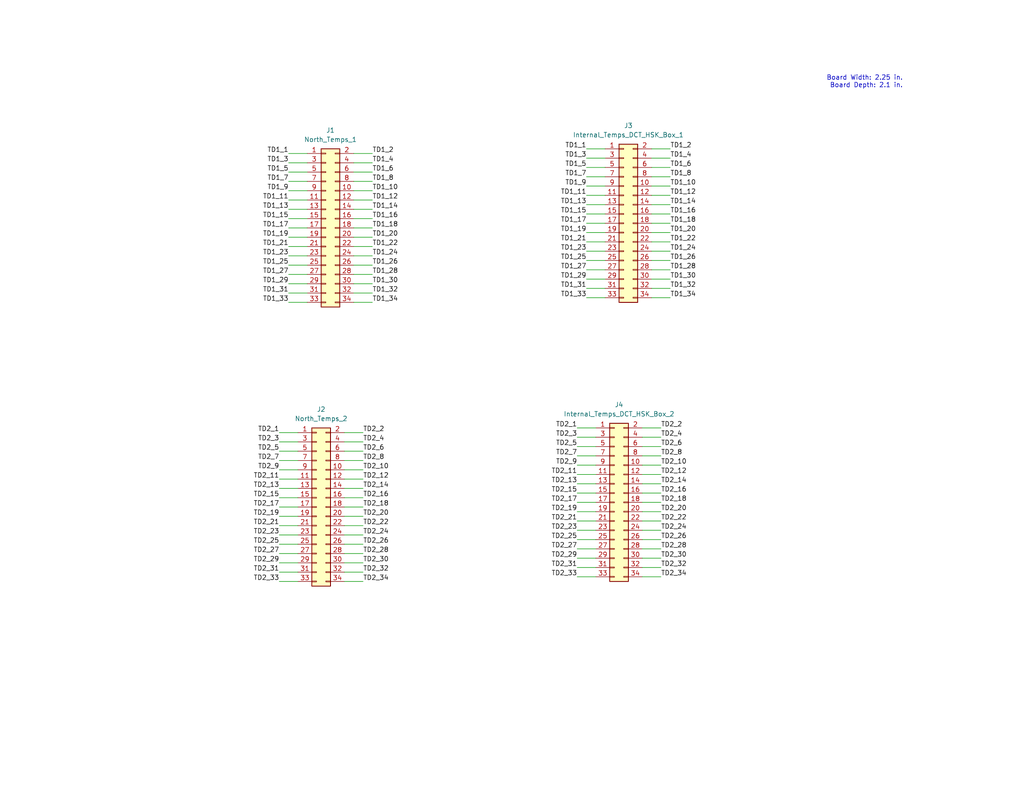
<source format=kicad_sch>
(kicad_sch (version 20211123) (generator eeschema)
  (paper "USLetter")
  (title_block (title "Temps Pass Through North") (date "2022-10-24") (rev "A") (company "The Ohio State University"))
  (lib_symbols
    (symbol "Connector_Generic:Conn_02x17_Odd_Even" (pin_names (offset 1.016) hide)
      (property "Reference" "J" (at 1.27 22.86 0))
      (property "Value" "Conn_02x17_Odd_Even" (at 1.27 -22.86 0))
      (symbol "Conn_02x17_Odd_Even_1_1"
        (rectangle (start -1.27 -20.193) (end 0 -20.447) (stroke (width 0.1524)))
        (rectangle (start -1.27 -17.653) (end 0 -17.907) (stroke (width 0.1524)))
        (rectangle (start -1.27 -15.113) (end 0 -15.367) (stroke (width 0.1524)))
        (rectangle (start -1.27 -12.573) (end 0 -12.827) (stroke (width 0.1524)))
        (rectangle (start -1.27 -10.033) (end 0 -10.287) (stroke (width 0.1524)))
        (rectangle (start -1.27 -7.493) (end 0 -7.747) (stroke (width 0.1524)))
        (rectangle (start -1.27 -4.953) (end 0 -5.207) (stroke (width 0.1524)))
        (rectangle (start -1.27 -2.413) (end 0 -2.667) (stroke (width 0.1524)))
        (rectangle (start -1.27 0.127) (end 0 -0.127) (stroke (width 0.1524)))
        (rectangle (start -1.27 2.667) (end 0 2.413) (stroke (width 0.1524)))
        (rectangle (start -1.27 5.207) (end 0 4.953) (stroke (width 0.1524)))
        (rectangle (start -1.27 7.747) (end 0 7.493) (stroke (width 0.1524)))
        (rectangle (start -1.27 10.287) (end 0 10.033) (stroke (width 0.1524)))
        (rectangle (start -1.27 12.827) (end 0 12.573) (stroke (width 0.1524)))
        (rectangle (start -1.27 15.367) (end 0 15.113) (stroke (width 0.1524)))
        (rectangle (start -1.27 17.907) (end 0 17.653) (stroke (width 0.1524)))
        (rectangle (start -1.27 20.447) (end 0 20.193) (stroke (width 0.1524)))
        (rectangle (start -1.27 21.59) (end 3.81 -21.59) (stroke (width 0.254)) (fill (type background)))
        (rectangle (start 3.81 -20.193) (end 2.54 -20.447) (stroke (width 0.1524)))
        (rectangle (start 3.81 -17.653) (end 2.54 -17.907) (stroke (width 0.1524)))
        (rectangle (start 3.81 -15.113) (end 2.54 -15.367) (stroke (width 0.1524)))
        (rectangle (start 3.81 -12.573) (end 2.54 -12.827) (stroke (width 0.1524)))
        (rectangle (start 3.81 -10.033) (end 2.54 -10.287) (stroke (width 0.1524)))
        (rectangle (start 3.81 -7.493) (end 2.54 -7.747) (stroke (width 0.1524)))
        (rectangle (start 3.81 -4.953) (end 2.54 -5.207) (stroke (width 0.1524)))
        (rectangle (start 3.81 -2.413) (end 2.54 -2.667) (stroke (width 0.1524)))
        (rectangle (start 3.81 0.127) (end 2.54 -0.127) (stroke (width 0.1524)))
        (rectangle (start 3.81 2.667) (end 2.54 2.413) (stroke (width 0.1524)))
        (rectangle (start 3.81 5.207) (end 2.54 4.953) (stroke (width 0.1524)))
        (rectangle (start 3.81 7.747) (end 2.54 7.493) (stroke (width 0.1524)))
        (rectangle (start 3.81 10.287) (end 2.54 10.033) (stroke (width 0.1524)))
        (rectangle (start 3.81 12.827) (end 2.54 12.573) (stroke (width 0.1524)))
        (rectangle (start 3.81 15.367) (end 2.54 15.113) (stroke (width 0.1524)))
        (rectangle (start 3.81 17.907) (end 2.54 17.653) (stroke (width 0.1524)))
        (rectangle (start 3.81 20.447) (end 2.54 20.193) (stroke (width 0.1524)))
        (pin passive line (at -5.08 20.32 0) (length 3.81) (name "Pin_1") (number "1"))
        (pin passive line (at 7.62 10.16 180) (length 3.81) (name "Pin_10") (number "10"))
        (pin passive line (at -5.08 7.62 0) (length 3.81) (name "Pin_11") (number "11"))
        (pin passive line (at 7.62 7.62 180) (length 3.81) (name "Pin_12") (number "12"))
        (pin passive line (at -5.08 5.08 0) (length 3.81) (name "Pin_13") (number "13"))
        (pin passive line (at 7.62 5.08 180) (length 3.81) (name "Pin_14") (number "14"))
        (pin passive line (at -5.08 2.54 0) (length 3.81) (name "Pin_15") (number "15"))
        (pin passive line (at 7.62 2.54 180) (length 3.81) (name "Pin_16") (number "16"))
        (pin passive line (at -5.08 0 0) (length 3.81) (name "Pin_17") (number "17"))
        (pin passive line (at 7.62 0 180) (length 3.81) (name "Pin_18") (number "18"))
        (pin passive line (at -5.08 -2.54 0) (length 3.81) (name "Pin_19") (number "19"))
        (pin passive line (at 7.62 20.32 180) (length 3.81) (name "Pin_2") (number "2"))
        (pin passive line (at 7.62 -2.54 180) (length 3.81) (name "Pin_20") (number "20"))
        (pin passive line (at -5.08 -5.08 0) (length 3.81) (name "Pin_21") (number "21"))
        (pin passive line (at 7.62 -5.08 180) (length 3.81) (name "Pin_22") (number "22"))
        (pin passive line (at -5.08 -7.62 0) (length 3.81) (name "Pin_23") (number "23"))
        (pin passive line (at 7.62 -7.62 180) (length 3.81) (name "Pin_24") (number "24"))
        (pin passive line (at -5.08 -10.16 0) (length 3.81) (name "Pin_25") (number "25"))
        (pin passive line (at 7.62 -10.16 180) (length 3.81) (name "Pin_26") (number "26"))
        (pin passive line (at -5.08 -12.7 0) (length 3.81) (name "Pin_27") (number "27"))
        (pin passive line (at 7.62 -12.7 180) (length 3.81) (name "Pin_28") (number "28"))
        (pin passive line (at -5.08 -15.24 0) (length 3.81) (name "Pin_29") (number "29"))
        (pin passive line (at -5.08 17.78 0) (length 3.81) (name "Pin_3") (number "3"))
        (pin passive line (at 7.62 -15.24 180) (length 3.81) (name "Pin_30") (number "30"))
        (pin passive line (at -5.08 -17.78 0) (length 3.81) (name "Pin_31") (number "31"))
        (pin passive line (at 7.62 -17.78 180) (length 3.81) (name "Pin_32") (number "32"))
        (pin passive line (at -5.08 -20.32 0) (length 3.81) (name "Pin_33") (number "33"))
        (pin passive line (at 7.62 -20.32 180) (length 3.81) (name "Pin_34") (number "34"))
        (pin passive line (at 7.62 17.78 180) (length 3.81) (name "Pin_4") (number "4"))
        (pin passive line (at -5.08 15.24 0) (length 3.81) (name "Pin_5") (number "5"))
        (pin passive line (at 7.62 15.24 180) (length 3.81) (name "Pin_6") (number "6"))
        (pin passive line (at -5.08 12.7 0) (length 3.81) (name "Pin_7") (number "7"))
        (pin passive line (at 7.62 12.7 180) (length 3.81) (name "Pin_8") (number "8"))
        (pin passive line (at -5.08 10.16 0) (length 3.81) (name "Pin_9") (number "9"))
      )
    )
  )
  (wire (pts (xy 160.02 78.74) (xy 165.1 78.74)))
  (wire (pts (xy 157.48 132.08) (xy 162.56 132.08)))
  (wire (pts (xy 175.26 142.24) (xy 180.34 142.24)))
  (wire (pts (xy 93.98 120.65) (xy 99.06 120.65)))
  (wire (pts (xy 93.98 156.21) (xy 99.06 156.21)))
  (wire (pts (xy 177.8 40.64) (xy 182.88 40.64)))
  (wire (pts (xy 175.26 154.94) (xy 180.34 154.94)))
  (wire (pts (xy 76.2 135.89) (xy 81.28 135.89)))
  (wire (pts (xy 76.2 123.19) (xy 81.28 123.19)))
  (wire (pts (xy 160.02 43.18) (xy 165.1 43.18)))
  (wire (pts (xy 93.98 128.27) (xy 99.06 128.27)))
  (wire (pts (xy 157.48 137.16) (xy 162.56 137.16)))
  (wire (pts (xy 96.52 69.85) (xy 101.6 69.85)))
  (wire (pts (xy 93.98 118.11) (xy 99.06 118.11)))
  (wire (pts (xy 157.48 147.32) (xy 162.56 147.32)))
  (wire (pts (xy 160.02 48.26) (xy 165.1 48.26)))
  (wire (pts (xy 175.26 132.08) (xy 180.34 132.08)))
  (wire (pts (xy 76.2 128.27) (xy 81.28 128.27)))
  (wire (pts (xy 78.74 46.99) (xy 83.82 46.99)))
  (wire (pts (xy 76.2 156.21) (xy 81.28 156.21)))
  (wire (pts (xy 93.98 140.97) (xy 99.06 140.97)))
  (wire (pts (xy 76.2 118.11) (xy 81.28 118.11)))
  (wire (pts (xy 78.74 74.93) (xy 83.82 74.93)))
  (wire (pts (xy 93.98 146.05) (xy 99.06 146.05)))
  (wire (pts (xy 175.26 157.48) (xy 180.34 157.48)))
  (wire (pts (xy 78.74 67.31) (xy 83.82 67.31)))
  (wire (pts (xy 160.02 71.12) (xy 165.1 71.12)))
  (wire (pts (xy 76.2 151.13) (xy 81.28 151.13)))
  (wire (pts (xy 157.48 144.78) (xy 162.56 144.78)))
  (wire (pts (xy 93.98 148.59) (xy 99.06 148.59)))
  (wire (pts (xy 78.74 59.69) (xy 83.82 59.69)))
  (wire (pts (xy 177.8 58.42) (xy 182.88 58.42)))
  (wire (pts (xy 160.02 60.96) (xy 165.1 60.96)))
  (wire (pts (xy 93.98 138.43) (xy 99.06 138.43)))
  (wire (pts (xy 160.02 58.42) (xy 165.1 58.42)))
  (wire (pts (xy 157.48 134.62) (xy 162.56 134.62)))
  (wire (pts (xy 177.8 76.2) (xy 182.88 76.2)))
  (wire (pts (xy 76.2 138.43) (xy 81.28 138.43)))
  (wire (pts (xy 96.52 54.61) (xy 101.6 54.61)))
  (wire (pts (xy 177.8 55.88) (xy 182.88 55.88)))
  (wire (pts (xy 157.48 142.24) (xy 162.56 142.24)))
  (wire (pts (xy 160.02 68.58) (xy 165.1 68.58)))
  (wire (pts (xy 177.8 68.58) (xy 182.88 68.58)))
  (wire (pts (xy 76.2 158.75) (xy 81.28 158.75)))
  (wire (pts (xy 96.52 72.39) (xy 101.6 72.39)))
  (wire (pts (xy 177.8 50.8) (xy 182.88 50.8)))
  (wire (pts (xy 175.26 119.38) (xy 180.34 119.38)))
  (wire (pts (xy 93.98 125.73) (xy 99.06 125.73)))
  (wire (pts (xy 177.8 66.04) (xy 182.88 66.04)))
  (wire (pts (xy 76.2 140.97) (xy 81.28 140.97)))
  (wire (pts (xy 78.74 82.55) (xy 83.82 82.55)))
  (wire (pts (xy 96.52 49.53) (xy 101.6 49.53)))
  (wire (pts (xy 175.26 149.86) (xy 180.34 149.86)))
  (wire (pts (xy 96.52 44.45) (xy 101.6 44.45)))
  (wire (pts (xy 175.26 147.32) (xy 180.34 147.32)))
  (wire (pts (xy 160.02 55.88) (xy 165.1 55.88)))
  (wire (pts (xy 78.74 77.47) (xy 83.82 77.47)))
  (wire (pts (xy 177.8 43.18) (xy 182.88 43.18)))
  (wire (pts (xy 78.74 62.23) (xy 83.82 62.23)))
  (wire (pts (xy 160.02 53.34) (xy 165.1 53.34)))
  (wire (pts (xy 96.52 62.23) (xy 101.6 62.23)))
  (wire (pts (xy 175.26 121.92) (xy 180.34 121.92)))
  (wire (pts (xy 157.48 127) (xy 162.56 127)))
  (wire (pts (xy 160.02 66.04) (xy 165.1 66.04)))
  (wire (pts (xy 157.48 119.38) (xy 162.56 119.38)))
  (wire (pts (xy 96.52 74.93) (xy 101.6 74.93)))
  (wire (pts (xy 96.52 77.47) (xy 101.6 77.47)))
  (wire (pts (xy 78.74 57.15) (xy 83.82 57.15)))
  (wire (pts (xy 78.74 49.53) (xy 83.82 49.53)))
  (wire (pts (xy 96.52 80.01) (xy 101.6 80.01)))
  (wire (pts (xy 78.74 52.07) (xy 83.82 52.07)))
  (wire (pts (xy 175.26 116.84) (xy 180.34 116.84)))
  (wire (pts (xy 76.2 125.73) (xy 81.28 125.73)))
  (wire (pts (xy 177.8 63.5) (xy 182.88 63.5)))
  (wire (pts (xy 78.74 54.61) (xy 83.82 54.61)))
  (wire (pts (xy 76.2 130.81) (xy 81.28 130.81)))
  (wire (pts (xy 157.48 139.7) (xy 162.56 139.7)))
  (wire (pts (xy 76.2 146.05) (xy 81.28 146.05)))
  (wire (pts (xy 93.98 151.13) (xy 99.06 151.13)))
  (wire (pts (xy 157.48 149.86) (xy 162.56 149.86)))
  (wire (pts (xy 76.2 148.59) (xy 81.28 148.59)))
  (wire (pts (xy 78.74 44.45) (xy 83.82 44.45)))
  (wire (pts (xy 175.26 137.16) (xy 180.34 137.16)))
  (wire (pts (xy 175.26 139.7) (xy 180.34 139.7)))
  (wire (pts (xy 78.74 72.39) (xy 83.82 72.39)))
  (wire (pts (xy 76.2 120.65) (xy 81.28 120.65)))
  (wire (pts (xy 177.8 45.72) (xy 182.88 45.72)))
  (wire (pts (xy 78.74 80.01) (xy 83.82 80.01)))
  (wire (pts (xy 96.52 41.91) (xy 101.6 41.91)))
  (wire (pts (xy 177.8 73.66) (xy 182.88 73.66)))
  (wire (pts (xy 177.8 48.26) (xy 182.88 48.26)))
  (wire (pts (xy 160.02 50.8) (xy 165.1 50.8)))
  (wire (pts (xy 78.74 64.77) (xy 83.82 64.77)))
  (wire (pts (xy 160.02 73.66) (xy 165.1 73.66)))
  (wire (pts (xy 160.02 76.2) (xy 165.1 76.2)))
  (wire (pts (xy 157.48 124.46) (xy 162.56 124.46)))
  (wire (pts (xy 96.52 46.99) (xy 101.6 46.99)))
  (wire (pts (xy 93.98 143.51) (xy 99.06 143.51)))
  (wire (pts (xy 93.98 130.81) (xy 99.06 130.81)))
  (wire (pts (xy 76.2 133.35) (xy 81.28 133.35)))
  (wire (pts (xy 157.48 154.94) (xy 162.56 154.94)))
  (wire (pts (xy 177.8 71.12) (xy 182.88 71.12)))
  (wire (pts (xy 93.98 135.89) (xy 99.06 135.89)))
  (wire (pts (xy 175.26 129.54) (xy 180.34 129.54)))
  (wire (pts (xy 157.48 157.48) (xy 162.56 157.48)))
  (wire (pts (xy 93.98 158.75) (xy 99.06 158.75)))
  (wire (pts (xy 76.2 143.51) (xy 81.28 143.51)))
  (wire (pts (xy 78.74 41.91) (xy 83.82 41.91)))
  (wire (pts (xy 93.98 133.35) (xy 99.06 133.35)))
  (wire (pts (xy 157.48 121.92) (xy 162.56 121.92)))
  (wire (pts (xy 177.8 60.96) (xy 182.88 60.96)))
  (wire (pts (xy 160.02 45.72) (xy 165.1 45.72)))
  (wire (pts (xy 96.52 82.55) (xy 101.6 82.55)))
  (wire (pts (xy 93.98 153.67) (xy 99.06 153.67)))
  (wire (pts (xy 160.02 63.5) (xy 165.1 63.5)))
  (wire (pts (xy 157.48 152.4) (xy 162.56 152.4)))
  (wire (pts (xy 177.8 81.28) (xy 182.88 81.28)))
  (wire (pts (xy 157.48 129.54) (xy 162.56 129.54)))
  (wire (pts (xy 93.98 123.19) (xy 99.06 123.19)))
  (wire (pts (xy 177.8 78.74) (xy 182.88 78.74)))
  (wire (pts (xy 175.26 152.4) (xy 180.34 152.4)))
  (wire (pts (xy 177.8 53.34) (xy 182.88 53.34)))
  (wire (pts (xy 96.52 67.31) (xy 101.6 67.31)))
  (wire (pts (xy 157.48 116.84) (xy 162.56 116.84)))
  (wire (pts (xy 175.26 127) (xy 180.34 127)))
  (wire (pts (xy 96.52 57.15) (xy 101.6 57.15)))
  (wire (pts (xy 96.52 64.77) (xy 101.6 64.77)))
  (wire (pts (xy 160.02 81.28) (xy 165.1 81.28)))
  (wire (pts (xy 175.26 124.46) (xy 180.34 124.46)))
  (wire (pts (xy 160.02 40.64) (xy 165.1 40.64)))
  (wire (pts (xy 175.26 144.78) (xy 180.34 144.78)))
  (wire (pts (xy 76.2 153.67) (xy 81.28 153.67)))
  (wire (pts (xy 175.26 134.62) (xy 180.34 134.62)))
  (wire (pts (xy 96.52 52.07) (xy 101.6 52.07)))
  (wire (pts (xy 78.74 69.85) (xy 83.82 69.85)))
  (wire (pts (xy 96.52 59.69) (xy 101.6 59.69)))
  (text "Board Width: 2.25 in.\nBoard Depth: 2.1 in." (at 246.38 24.13 180) (effects (font (size 1.27 1.27)) (justify right bottom)))
  (label "TD2_12" (at 180.34 129.54 0))
  (label "TD1_12" (at 101.6 54.61 0))
  (label "TD2_5" (at 157.48 121.92 180))
  (label "TD1_3" (at 160.02 43.18 180))
  (label "TD2_22" (at 180.34 142.24 0))
  (label "TD2_33" (at 157.48 157.48 180))
  (label "TD2_18" (at 99.06 138.43 0))
  (label "TD1_33" (at 160.02 81.28 180))
  (label "TD2_21" (at 76.2 143.51 180))
  (label "TD2_27" (at 157.48 149.86 180))
  (label "TD1_14" (at 101.6 57.15 0))
  (label "TD2_17" (at 76.2 138.43 180))
  (label "TD1_32" (at 182.88 78.74 0))
  (label "TD1_13" (at 160.02 55.88 180))
  (label "TD1_8" (at 101.6 49.53 0))
  (label "TD1_19" (at 78.74 64.77 180))
  (label "TD2_25" (at 157.48 147.32 180))
  (label "TD2_14" (at 99.06 133.35 0))
  (label "TD1_23" (at 160.02 68.58 180))
  (label "TD2_33" (at 76.2 158.75 180))
  (label "TD2_31" (at 76.2 156.21 180))
  (label "TD2_11" (at 157.48 129.54 180))
  (label "TD1_4" (at 182.88 43.18 0))
  (label "TD2_23" (at 76.2 146.05 180))
  (label "TD2_19" (at 157.48 139.7 180))
  (label "TD1_1" (at 78.74 41.91 180))
  (label "TD2_19" (at 76.2 140.97 180))
  (label "TD1_15" (at 160.02 58.42 180))
  (label "TD1_2" (at 182.88 40.64 0))
  (label "TD1_20" (at 182.88 63.5 0))
  (label "TD1_26" (at 101.6 72.39 0))
  (label "TD2_13" (at 157.48 132.08 180))
  (label "TD1_16" (at 101.6 59.69 0))
  (label "TD2_32" (at 180.34 154.94 0))
  (label "TD2_16" (at 180.34 134.62 0))
  (label "TD1_18" (at 182.88 60.96 0))
  (label "TD2_15" (at 76.2 135.89 180))
  (label "TD1_3" (at 78.74 44.45 180))
  (label "TD2_9" (at 157.48 127 180))
  (label "TD2_24" (at 180.34 144.78 0))
  (label "TD2_4" (at 180.34 119.38 0))
  (label "TD1_10" (at 182.88 50.8 0))
  (label "TD2_1" (at 157.48 116.84 180))
  (label "TD1_20" (at 101.6 64.77 0))
  (label "TD1_15" (at 78.74 59.69 180))
  (label "TD2_20" (at 99.06 140.97 0))
  (label "TD1_14" (at 182.88 55.88 0))
  (label "TD2_2" (at 180.34 116.84 0))
  (label "TD1_24" (at 182.88 68.58 0))
  (label "TD2_27" (at 76.2 151.13 180))
  (label "TD2_9" (at 76.2 128.27 180))
  (label "TD2_6" (at 180.34 121.92 0))
  (label "TD2_25" (at 76.2 148.59 180))
  (label "TD2_15" (at 157.48 134.62 180))
  (label "TD1_17" (at 160.02 60.96 180))
  (label "TD1_32" (at 101.6 80.01 0))
  (label "TD1_27" (at 160.02 73.66 180))
  (label "TD2_16" (at 99.06 135.89 0))
  (label "TD2_13" (at 76.2 133.35 180))
  (label "TD1_34" (at 101.6 82.55 0))
  (label "TD1_13" (at 78.74 57.15 180))
  (label "TD2_14" (at 180.34 132.08 0))
  (label "TD1_18" (at 101.6 62.23 0))
  (label "TD1_6" (at 101.6 46.99 0))
  (label "TD2_20" (at 180.34 139.7 0))
  (label "TD1_22" (at 101.6 67.31 0))
  (label "TD2_30" (at 99.06 153.67 0))
  (label "TD2_7" (at 76.2 125.73 180))
  (label "TD2_26" (at 180.34 147.32 0))
  (label "TD1_31" (at 78.74 80.01 180))
  (label "TD1_29" (at 160.02 76.2 180))
  (label "TD1_5" (at 78.74 46.99 180))
  (label "TD1_9" (at 78.74 52.07 180))
  (label "TD2_4" (at 99.06 120.65 0))
  (label "TD1_10" (at 101.6 52.07 0))
  (label "TD1_11" (at 78.74 54.61 180))
  (label "TD1_7" (at 78.74 49.53 180))
  (label "TD1_31" (at 160.02 78.74 180))
  (label "TD2_34" (at 99.06 158.75 0))
  (label "TD1_23" (at 78.74 69.85 180))
  (label "TD2_28" (at 180.34 149.86 0))
  (label "TD1_34" (at 182.88 81.28 0))
  (label "TD2_10" (at 99.06 128.27 0))
  (label "TD2_32" (at 99.06 156.21 0))
  (label "TD1_33" (at 78.74 82.55 180))
  (label "TD2_29" (at 157.48 152.4 180))
  (label "TD1_16" (at 182.88 58.42 0))
  (label "TD1_19" (at 160.02 63.5 180))
  (label "TD1_25" (at 78.74 72.39 180))
  (label "TD1_21" (at 78.74 67.31 180))
  (label "TD1_28" (at 101.6 74.93 0))
  (label "TD1_4" (at 101.6 44.45 0))
  (label "TD2_8" (at 180.34 124.46 0))
  (label "TD1_6" (at 182.88 45.72 0))
  (label "TD2_18" (at 180.34 137.16 0))
  (label "TD2_22" (at 99.06 143.51 0))
  (label "TD1_26" (at 182.88 71.12 0))
  (label "TD1_2" (at 101.6 41.91 0))
  (label "TD2_12" (at 99.06 130.81 0))
  (label "TD2_2" (at 99.06 118.11 0))
  (label "TD1_8" (at 182.88 48.26 0))
  (label "TD1_24" (at 101.6 69.85 0))
  (label "TD1_29" (at 78.74 77.47 180))
  (label "TD1_1" (at 160.02 40.64 180))
  (label "TD1_30" (at 101.6 77.47 0))
  (label "TD1_11" (at 160.02 53.34 180))
  (label "TD2_6" (at 99.06 123.19 0))
  (label "TD2_21" (at 157.48 142.24 180))
  (label "TD2_7" (at 157.48 124.46 180))
  (label "TD1_17" (at 78.74 62.23 180))
  (label "TD2_1" (at 76.2 118.11 180))
  (label "TD1_30" (at 182.88 76.2 0))
  (label "TD2_24" (at 99.06 146.05 0))
  (label "TD2_34" (at 180.34 157.48 0))
  (label "TD1_21" (at 160.02 66.04 180))
  (label "TD1_5" (at 160.02 45.72 180))
  (label "TD2_8" (at 99.06 125.73 0))
  (label "TD2_3" (at 76.2 120.65 180))
  (label "TD2_10" (at 180.34 127 0))
  (label "TD2_29" (at 76.2 153.67 180))
  (label "TD2_26" (at 99.06 148.59 0))
  (label "TD1_27" (at 78.74 74.93 180))
  (label "TD1_22" (at 182.88 66.04 0))
  (label "TD2_17" (at 157.48 137.16 180))
  (label "TD2_28" (at 99.06 151.13 0))
  (label "TD2_11" (at 76.2 130.81 180))
  (label "TD1_7" (at 160.02 48.26 180))
  (label "TD1_28" (at 182.88 73.66 0))
  (label "TD1_25" (at 160.02 71.12 180))
  (label "TD1_9" (at 160.02 50.8 180))
  (label "TD2_31" (at 157.48 154.94 180))
  (label "TD2_5" (at 76.2 123.19 180))
  (label "TD2_3" (at 157.48 119.38 180))
  (label "TD1_12" (at 182.88 53.34 0))
  (label "TD2_30" (at 180.34 152.4 0))
  (label "TD2_23" (at 157.48 144.78 180))
  (symbol (lib_id "Connector_Generic:Conn_02x17_Odd_Even") (at 170.18 60.96 0) (unit 1)
    (property "Reference" "J3" (at 171.45 34.29 0))
    (property "Value" "Internal_Temps_DCT_HSK_Box_1" (at 171.45 36.83 0))
    (property "Footprint" "HELIX:HELIX_DCT_ICDconnector34pin_corrected" (effects hide))
  )
  (symbol (lib_id "Connector_Generic:Conn_02x17_Odd_Even") (at 86.36 138.43 0) (unit 1)
    (property "Reference" "J2" (at 87.63 111.76 0))
    (property "Value" "North_Temps_2" (at 87.63 114.3 0))
    (property "Footprint" "HELIX:HELIX_DCT_ICDconnector34pin_corrected" (effects hide))
  )
  (symbol (lib_id "Connector_Generic:Conn_02x17_Odd_Even") (at 88.9 62.23 0) (unit 1)
    (property "Reference" "J1" (at 90.17 35.56 0))
    (property "Value" "North_Temps_1" (at 90.17 38.1 0))
    (property "Footprint" "HELIX:HELIX_DCT_ICDconnector34pin_corrected" (effects hide))
  )
  (symbol (lib_id "Connector_Generic:Conn_02x17_Odd_Even") (at 167.64 137.16 0) (unit 1)
    (property "Reference" "J4" (at 168.91 110.49 0))
    (property "Value" "Internal_Temps_DCT_HSK_Box_2" (at 168.91 113.03 0))
    (property "Footprint" "HELIX:HELIX_DCT_ICDconnector34pin_corrected" (effects hide))
  )
)
</source>
